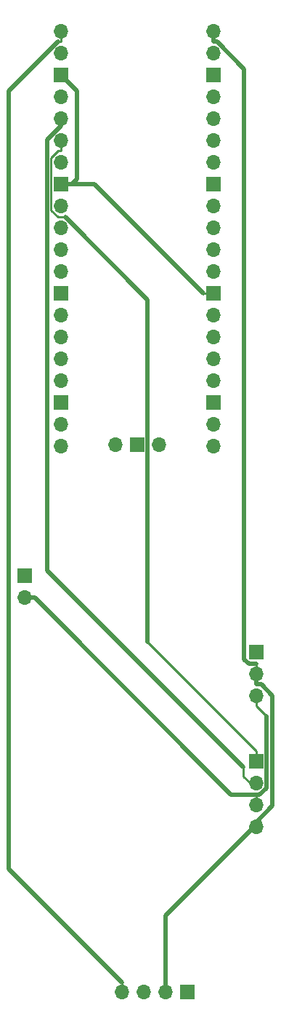
<source format=gbr>
%TF.GenerationSoftware,KiCad,Pcbnew,(7.0.0)*%
%TF.CreationDate,2023-05-30T18:27:12+05:30*%
%TF.ProjectId,voltmeter-pcb,766f6c74-6d65-4746-9572-2d7063622e6b,rev?*%
%TF.SameCoordinates,Original*%
%TF.FileFunction,Copper,L2,Bot*%
%TF.FilePolarity,Positive*%
%FSLAX46Y46*%
G04 Gerber Fmt 4.6, Leading zero omitted, Abs format (unit mm)*
G04 Created by KiCad (PCBNEW (7.0.0)) date 2023-05-30 18:27:12*
%MOMM*%
%LPD*%
G01*
G04 APERTURE LIST*
%TA.AperFunction,ComponentPad*%
%ADD10R,1.700000X1.700000*%
%TD*%
%TA.AperFunction,ComponentPad*%
%ADD11O,1.700000X1.700000*%
%TD*%
%TA.AperFunction,Conductor*%
%ADD12C,0.500000*%
%TD*%
%TA.AperFunction,Conductor*%
%ADD13C,0.250000*%
%TD*%
G04 APERTURE END LIST*
D10*
%TO.P,J1,1,Pin_1*%
%TO.N,/SIG*%
X156022499Y-118719999D03*
D11*
%TO.P,J1,2,Pin_2*%
%TO.N,5V*%
X156022499Y-121259999D03*
%TO.P,J1,3,Pin_3*%
%TO.N,GND*%
X156022499Y-123799999D03*
%TD*%
D10*
%TO.P,J2,1,Pin_1*%
%TO.N,/GP13*%
X156047499Y-131409999D03*
D11*
%TO.P,J2,2,Pin_2*%
%TO.N,/GP12*%
X156047499Y-133949999D03*
%TO.P,J2,3,Pin_3*%
%TO.N,GND*%
X156047499Y-136489999D03*
%TO.P,J2,4,Pin_4*%
%TO.N,5V*%
X156047499Y-139029999D03*
%TD*%
%TO.P,U1,1,GPIO0*%
%TO.N,/CLK*%
X133307499Y-46529999D03*
%TO.P,U1,2,GPIO1*%
%TO.N,/DIO*%
X133307499Y-49069999D03*
D10*
%TO.P,U1,3,GND*%
%TO.N,GND*%
X133307499Y-51609999D03*
D11*
%TO.P,U1,4,GPIO2*%
%TO.N,unconnected-(U1-GPIO2-Pad4)*%
X133307499Y-54149999D03*
%TO.P,U1,5,GPIO3*%
%TO.N,/GP12*%
X133307499Y-56689999D03*
%TO.P,U1,6,GPIO4*%
%TO.N,/GP13*%
X133307499Y-59229999D03*
%TO.P,U1,7,GPIO5*%
%TO.N,unconnected-(U1-GPIO5-Pad7)*%
X133307499Y-61769999D03*
D10*
%TO.P,U1,8,GND*%
%TO.N,GND*%
X133307499Y-64309999D03*
D11*
%TO.P,U1,9,GPIO6*%
%TO.N,unconnected-(U1-GPIO6-Pad9)*%
X133307499Y-66849999D03*
%TO.P,U1,10,GPIO7*%
%TO.N,unconnected-(U1-GPIO7-Pad10)*%
X133307499Y-69389999D03*
%TO.P,U1,11,GPIO8*%
%TO.N,unconnected-(U1-GPIO8-Pad11)*%
X133307499Y-71929999D03*
%TO.P,U1,12,GPIO9*%
%TO.N,unconnected-(U1-GPIO9-Pad12)*%
X133307499Y-74469999D03*
D10*
%TO.P,U1,13,GND*%
%TO.N,unconnected-(U1-GND-Pad13)*%
X133307499Y-77009999D03*
D11*
%TO.P,U1,14,GPIO10*%
%TO.N,unconnected-(U1-GPIO10-Pad14)*%
X133307499Y-79549999D03*
%TO.P,U1,15,GPIO11*%
%TO.N,unconnected-(U1-GPIO11-Pad15)*%
X133307499Y-82089999D03*
%TO.P,U1,16,GPIO12*%
%TO.N,unconnected-(U1-GPIO12-Pad16)*%
X133307499Y-84629999D03*
%TO.P,U1,17,GPIO13*%
%TO.N,unconnected-(U1-GPIO13-Pad17)*%
X133307499Y-87169999D03*
D10*
%TO.P,U1,18,GND*%
%TO.N,unconnected-(U1-GND-Pad18)*%
X133307499Y-89709999D03*
D11*
%TO.P,U1,19,GPIO14*%
%TO.N,unconnected-(U1-GPIO14-Pad19)*%
X133307499Y-92249999D03*
%TO.P,U1,20,GPIO15*%
%TO.N,unconnected-(U1-GPIO15-Pad20)*%
X133307499Y-94789999D03*
%TO.P,U1,21,GPIO16*%
%TO.N,unconnected-(U1-GPIO16-Pad21)*%
X151087499Y-94789999D03*
%TO.P,U1,22,GPIO17*%
%TO.N,unconnected-(U1-GPIO17-Pad22)*%
X151087499Y-92249999D03*
D10*
%TO.P,U1,23,GND*%
%TO.N,unconnected-(U1-GND-Pad23)*%
X151087499Y-89709999D03*
D11*
%TO.P,U1,24,GPIO18*%
%TO.N,unconnected-(U1-GPIO18-Pad24)*%
X151087499Y-87169999D03*
%TO.P,U1,25,GPIO19*%
%TO.N,unconnected-(U1-GPIO19-Pad25)*%
X151087499Y-84629999D03*
%TO.P,U1,26,GPIO20*%
%TO.N,unconnected-(U1-GPIO20-Pad26)*%
X151087499Y-82089999D03*
%TO.P,U1,27,GPIO21*%
%TO.N,unconnected-(U1-GPIO21-Pad27)*%
X151087499Y-79549999D03*
D10*
%TO.P,U1,28,GND*%
%TO.N,GND*%
X151087499Y-77009999D03*
D11*
%TO.P,U1,29,GPIO22*%
%TO.N,unconnected-(U1-GPIO22-Pad29)*%
X151087499Y-74469999D03*
%TO.P,U1,30,RUN*%
%TO.N,unconnected-(U1-RUN-Pad30)*%
X151087499Y-71929999D03*
%TO.P,U1,31,GPIO26_ADC0*%
%TO.N,/SIG*%
X151087499Y-69389999D03*
%TO.P,U1,32,GPIO27_ADC1*%
%TO.N,unconnected-(U1-GPIO27_ADC1-Pad32)*%
X151087499Y-66849999D03*
D10*
%TO.P,U1,33,AGND*%
%TO.N,unconnected-(U1-AGND-Pad33)*%
X151087499Y-64309999D03*
D11*
%TO.P,U1,34,GPIO28_ADC2*%
%TO.N,unconnected-(U1-GPIO28_ADC2-Pad34)*%
X151087499Y-61769999D03*
%TO.P,U1,35,ADC_VREF*%
%TO.N,unconnected-(U1-ADC_VREF-Pad35)*%
X151087499Y-59229999D03*
%TO.P,U1,36,3V3*%
%TO.N,unconnected-(U1-3V3-Pad36)*%
X151087499Y-56689999D03*
%TO.P,U1,37,3V3_EN*%
%TO.N,unconnected-(U1-3V3_EN-Pad37)*%
X151087499Y-54149999D03*
D10*
%TO.P,U1,38,GND*%
%TO.N,unconnected-(U1-GND-Pad38)*%
X151087499Y-51609999D03*
D11*
%TO.P,U1,39,VSYS*%
%TO.N,unconnected-(U1-VSYS-Pad39)*%
X151087499Y-49069999D03*
%TO.P,U1,40,VBUS*%
%TO.N,5V*%
X151087499Y-46529999D03*
%TO.P,U1,41,SWCLK*%
%TO.N,unconnected-(U1-SWCLK-Pad41)*%
X139657499Y-94559999D03*
D10*
%TO.P,U1,42,GND*%
%TO.N,unconnected-(U1-GND-Pad42)*%
X142197499Y-94559999D03*
D11*
%TO.P,U1,43,SWDIO*%
%TO.N,unconnected-(U1-SWDIO-Pad43)*%
X144737499Y-94559999D03*
%TD*%
D10*
%TO.P,J4,1,Pin_1*%
%TO.N,GND*%
X148002499Y-158289999D03*
D11*
%TO.P,J4,2,Pin_2*%
%TO.N,5V*%
X145462499Y-158289999D03*
%TO.P,J4,3,Pin_3*%
%TO.N,/DIO*%
X142922499Y-158289999D03*
%TO.P,J4,4,Pin_4*%
%TO.N,/CLK*%
X140382499Y-158289999D03*
%TD*%
D10*
%TO.P,J3,1,Pin_1*%
%TO.N,/VIN*%
X129022499Y-109849999D03*
D11*
%TO.P,J3,2,Pin_2*%
%TO.N,GND*%
X129022499Y-112389999D03*
%TD*%
D12*
%TO.N,5V*%
X154657700Y-50908100D02*
X154657700Y-119551100D01*
X157960000Y-136590000D02*
X156047500Y-138502500D01*
X156022500Y-121260000D02*
X156022500Y-122435100D01*
D13*
X156047500Y-139030000D02*
X156047500Y-138794000D01*
X156022500Y-121260000D02*
X156022500Y-120084900D01*
D12*
X157960000Y-123775800D02*
X157960000Y-136590000D01*
X156619300Y-122435100D02*
X157960000Y-123775800D01*
X156022500Y-122435100D02*
X156619300Y-122435100D01*
D13*
X156047500Y-138502500D02*
X156047500Y-138794000D01*
D12*
X155191500Y-120084900D02*
X156022500Y-120084900D01*
X154657700Y-119551100D02*
X155191500Y-120084900D01*
X151454700Y-47705100D02*
X154657700Y-50908100D01*
X151087500Y-46530000D02*
X151087500Y-47705100D01*
X156047500Y-138794000D02*
X145462500Y-149379000D01*
X145462500Y-149379000D02*
X145462500Y-158290000D01*
X151087500Y-47705100D02*
X151454700Y-47705100D01*
%TO.N,GND*%
X135140000Y-53420000D02*
X133307500Y-51587500D01*
X149912400Y-77010000D02*
X137212400Y-64310000D01*
D13*
X156022500Y-123800000D02*
X156022500Y-124975100D01*
D12*
X134511700Y-64310000D02*
X135140000Y-63681700D01*
X134511700Y-64310000D02*
X133307500Y-64310000D01*
X157222700Y-134506900D02*
X157222700Y-126175300D01*
D13*
X133307500Y-51587500D02*
X133307500Y-51610000D01*
X157222700Y-126175300D02*
X156022500Y-124975100D01*
D12*
X130197600Y-112390000D02*
X153122500Y-135314900D01*
X137212400Y-64310000D02*
X134511700Y-64310000D01*
X153122500Y-135314900D02*
X156047500Y-135314900D01*
X135140000Y-63681700D02*
X135140000Y-53420000D01*
D13*
X151087500Y-77010000D02*
X149912400Y-77010000D01*
D12*
X156414700Y-135314900D02*
X157222700Y-134506900D01*
X156047500Y-135314900D02*
X156414700Y-135314900D01*
D13*
X156047500Y-136490000D02*
X156047500Y-135314900D01*
D12*
X129022500Y-112390000D02*
X130197600Y-112390000D01*
%TO.N,/GP13*%
X143372700Y-77701500D02*
X143372700Y-117560100D01*
D13*
X132940300Y-60405100D02*
X132125000Y-61220400D01*
X132902000Y-68120000D02*
X133791200Y-68120000D01*
X143372700Y-117560100D02*
X156047500Y-130234900D01*
D12*
X133791200Y-68120000D02*
X143372700Y-77701500D01*
D13*
X133307500Y-60405100D02*
X132940300Y-60405100D01*
X132125000Y-61220400D02*
X132125000Y-67343000D01*
X133307500Y-59230000D02*
X133307500Y-60405100D01*
X156047500Y-131410000D02*
X156047500Y-130234900D01*
X132125000Y-67343000D02*
X132902000Y-68120000D01*
%TO.N,/GP12*%
X155445100Y-134035100D02*
X154570000Y-133160000D01*
D12*
X131665200Y-109223600D02*
X131665200Y-59140200D01*
D13*
X156000000Y-134035100D02*
X155445100Y-134035100D01*
D12*
X133307500Y-57497900D02*
X133307500Y-56690000D01*
X131665200Y-59140200D02*
X132940300Y-57865100D01*
X132940300Y-57865100D02*
X133307500Y-57497900D01*
X154570000Y-132128400D02*
X131665200Y-109223600D01*
D13*
X154570000Y-133160000D02*
X154570000Y-132970000D01*
X154570000Y-133160000D02*
X154570000Y-132128400D01*
D12*
%TO.N,/CLK*%
X127200000Y-143932400D02*
X140382500Y-157114900D01*
X127200000Y-53445400D02*
X127200000Y-143932400D01*
D13*
X133307500Y-47705100D02*
X132940300Y-47705100D01*
X140382500Y-157114900D02*
X140382500Y-158290000D01*
D12*
X132940300Y-47705100D02*
X127200000Y-53445400D01*
D13*
X133307500Y-46530000D02*
X133307500Y-47705100D01*
%TD*%
M02*

</source>
